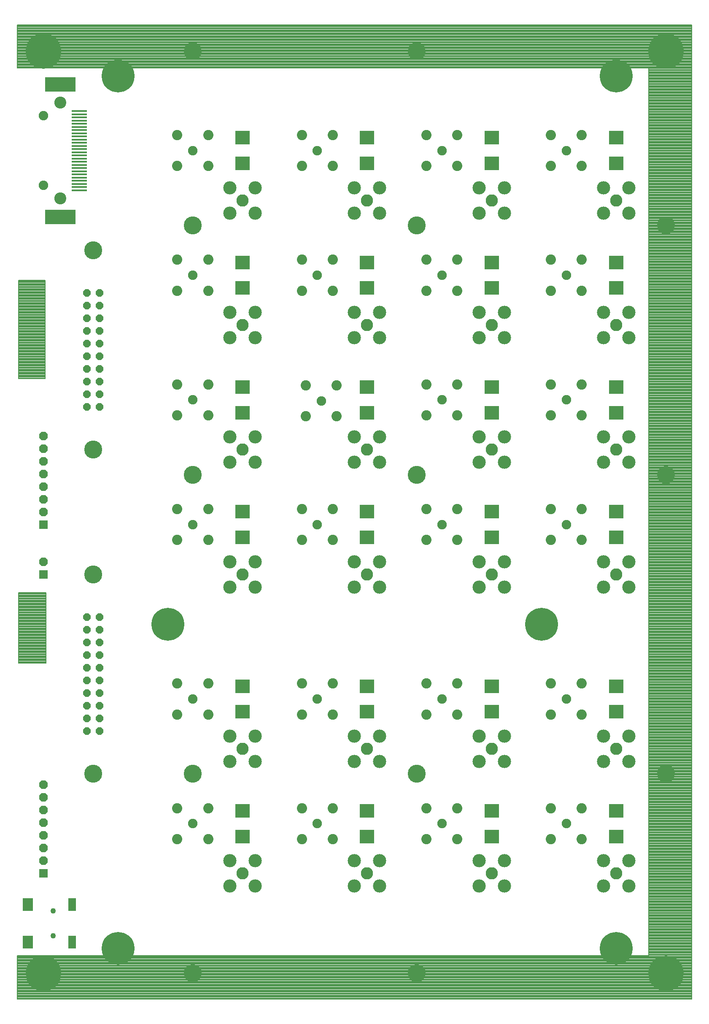
<source format=gbs>
G75*
%MOIN*%
%OFA0B0*%
%FSLAX25Y25*%
%IPPOS*%
%LPD*%
%AMOC8*
5,1,8,0,0,1.08239X$1,22.5*
%
%ADD10C,0.14180*%
%ADD11C,0.00787*%
%ADD12C,0.25991*%
%ADD13C,0.07487*%
%ADD14C,0.09455*%
%ADD15R,0.24022X0.11424*%
%ADD16R,0.12211X0.01719*%
%ADD17C,0.08077*%
%ADD18C,0.09700*%
%ADD19C,0.10450*%
%ADD20OC8,0.06896*%
%ADD21R,0.06896X0.06896*%
%ADD22OC8,0.06000*%
%ADD23R,0.11227X0.11069*%
%ADD24R,0.08274X0.10243*%
%ADD25R,0.06306X0.10243*%
%ADD26C,0.04337*%
%ADD27C,0.27959*%
D10*
X0080240Y0198350D03*
X0158980Y0198350D03*
X0158980Y0040870D03*
X0336146Y0040870D03*
X0336146Y0198350D03*
X0336146Y0434571D03*
X0336146Y0631421D03*
X0336146Y0769217D03*
X0158980Y0769217D03*
X0158980Y0631421D03*
X0080240Y0611736D03*
X0080240Y0454256D03*
X0080240Y0355831D03*
X0158980Y0434571D03*
X0532996Y0434571D03*
X0532996Y0631421D03*
X0532996Y0198350D03*
D11*
X0020398Y0054650D02*
X0020398Y0020398D01*
X0553469Y0020398D01*
X0553469Y0789689D01*
X0020398Y0789689D01*
X0020398Y0755831D01*
X0519217Y0755831D01*
X0519217Y0054650D01*
X0020398Y0054650D01*
X0020398Y0054226D02*
X0553469Y0054226D01*
X0553469Y0053440D02*
X0020398Y0053440D01*
X0020398Y0052654D02*
X0553469Y0052654D01*
X0553469Y0051869D02*
X0020398Y0051869D01*
X0020398Y0051083D02*
X0553469Y0051083D01*
X0553469Y0050297D02*
X0020398Y0050297D01*
X0020398Y0049511D02*
X0553469Y0049511D01*
X0553469Y0048725D02*
X0020398Y0048725D01*
X0020398Y0047939D02*
X0553469Y0047939D01*
X0553469Y0047153D02*
X0020398Y0047153D01*
X0020398Y0046367D02*
X0553469Y0046367D01*
X0553469Y0045581D02*
X0020398Y0045581D01*
X0020398Y0044795D02*
X0553469Y0044795D01*
X0553469Y0044009D02*
X0020398Y0044009D01*
X0020398Y0043223D02*
X0553469Y0043223D01*
X0553469Y0042438D02*
X0020398Y0042438D01*
X0020398Y0041652D02*
X0553469Y0041652D01*
X0553469Y0040866D02*
X0020398Y0040866D01*
X0020398Y0040080D02*
X0553469Y0040080D01*
X0553469Y0039294D02*
X0020398Y0039294D01*
X0020398Y0038508D02*
X0553469Y0038508D01*
X0553469Y0037722D02*
X0020398Y0037722D01*
X0020398Y0036936D02*
X0553469Y0036936D01*
X0553469Y0036150D02*
X0020398Y0036150D01*
X0020398Y0035364D02*
X0553469Y0035364D01*
X0553469Y0034578D02*
X0020398Y0034578D01*
X0020398Y0033793D02*
X0553469Y0033793D01*
X0553469Y0033007D02*
X0020398Y0033007D01*
X0020398Y0032221D02*
X0553469Y0032221D01*
X0553469Y0031435D02*
X0020398Y0031435D01*
X0020398Y0030649D02*
X0553469Y0030649D01*
X0553469Y0029863D02*
X0020398Y0029863D01*
X0020398Y0029077D02*
X0553469Y0029077D01*
X0553469Y0028291D02*
X0020398Y0028291D01*
X0020398Y0027505D02*
X0553469Y0027505D01*
X0553469Y0026719D02*
X0020398Y0026719D01*
X0020398Y0025933D02*
X0553469Y0025933D01*
X0553469Y0025147D02*
X0020398Y0025147D01*
X0020398Y0024362D02*
X0553469Y0024362D01*
X0553469Y0023576D02*
X0020398Y0023576D01*
X0020398Y0022790D02*
X0553469Y0022790D01*
X0553469Y0022004D02*
X0020398Y0022004D01*
X0020398Y0021218D02*
X0553469Y0021218D01*
X0553469Y0020432D02*
X0020398Y0020432D01*
X0021185Y0285752D02*
X0021185Y0341264D01*
X0042839Y0341264D01*
X0042839Y0285752D01*
X0021185Y0285752D01*
X0021185Y0286071D02*
X0042839Y0286071D01*
X0042839Y0286856D02*
X0021185Y0286856D01*
X0021185Y0287642D02*
X0042839Y0287642D01*
X0042839Y0288428D02*
X0021185Y0288428D01*
X0021185Y0289214D02*
X0042839Y0289214D01*
X0042839Y0290000D02*
X0021185Y0290000D01*
X0021185Y0290786D02*
X0042839Y0290786D01*
X0042839Y0291572D02*
X0021185Y0291572D01*
X0021185Y0292358D02*
X0042839Y0292358D01*
X0042839Y0293144D02*
X0021185Y0293144D01*
X0021185Y0293930D02*
X0042839Y0293930D01*
X0042839Y0294716D02*
X0021185Y0294716D01*
X0021185Y0295502D02*
X0042839Y0295502D01*
X0042839Y0296287D02*
X0021185Y0296287D01*
X0021185Y0297073D02*
X0042839Y0297073D01*
X0042839Y0297859D02*
X0021185Y0297859D01*
X0021185Y0298645D02*
X0042839Y0298645D01*
X0042839Y0299431D02*
X0021185Y0299431D01*
X0021185Y0300217D02*
X0042839Y0300217D01*
X0042839Y0301003D02*
X0021185Y0301003D01*
X0021185Y0301789D02*
X0042839Y0301789D01*
X0042839Y0302575D02*
X0021185Y0302575D01*
X0021185Y0303361D02*
X0042839Y0303361D01*
X0042839Y0304147D02*
X0021185Y0304147D01*
X0021185Y0304932D02*
X0042839Y0304932D01*
X0042839Y0305718D02*
X0021185Y0305718D01*
X0021185Y0306504D02*
X0042839Y0306504D01*
X0042839Y0307290D02*
X0021185Y0307290D01*
X0021185Y0308076D02*
X0042839Y0308076D01*
X0042839Y0308862D02*
X0021185Y0308862D01*
X0021185Y0309648D02*
X0042839Y0309648D01*
X0042839Y0310434D02*
X0021185Y0310434D01*
X0021185Y0311220D02*
X0042839Y0311220D01*
X0042839Y0312006D02*
X0021185Y0312006D01*
X0021185Y0312792D02*
X0042839Y0312792D01*
X0042839Y0313577D02*
X0021185Y0313577D01*
X0021185Y0314363D02*
X0042839Y0314363D01*
X0042839Y0315149D02*
X0021185Y0315149D01*
X0021185Y0315935D02*
X0042839Y0315935D01*
X0042839Y0316721D02*
X0021185Y0316721D01*
X0021185Y0317507D02*
X0042839Y0317507D01*
X0042839Y0318293D02*
X0021185Y0318293D01*
X0021185Y0319079D02*
X0042839Y0319079D01*
X0042839Y0319865D02*
X0021185Y0319865D01*
X0021185Y0320651D02*
X0042839Y0320651D01*
X0042839Y0321437D02*
X0021185Y0321437D01*
X0021185Y0322223D02*
X0042839Y0322223D01*
X0042839Y0323008D02*
X0021185Y0323008D01*
X0021185Y0323794D02*
X0042839Y0323794D01*
X0042839Y0324580D02*
X0021185Y0324580D01*
X0021185Y0325366D02*
X0042839Y0325366D01*
X0042839Y0326152D02*
X0021185Y0326152D01*
X0021185Y0326938D02*
X0042839Y0326938D01*
X0042839Y0327724D02*
X0021185Y0327724D01*
X0021185Y0328510D02*
X0042839Y0328510D01*
X0042839Y0329296D02*
X0021185Y0329296D01*
X0021185Y0330082D02*
X0042839Y0330082D01*
X0042839Y0330868D02*
X0021185Y0330868D01*
X0021185Y0331653D02*
X0042839Y0331653D01*
X0042839Y0332439D02*
X0021185Y0332439D01*
X0021185Y0333225D02*
X0042839Y0333225D01*
X0042839Y0334011D02*
X0021185Y0334011D01*
X0021185Y0334797D02*
X0042839Y0334797D01*
X0042839Y0335583D02*
X0021185Y0335583D01*
X0021185Y0336369D02*
X0042839Y0336369D01*
X0042839Y0337155D02*
X0021185Y0337155D01*
X0021185Y0337941D02*
X0042839Y0337941D01*
X0042839Y0338727D02*
X0021185Y0338727D01*
X0021185Y0339513D02*
X0042839Y0339513D01*
X0042839Y0340299D02*
X0021185Y0340299D01*
X0021185Y0341084D02*
X0042839Y0341084D01*
X0042445Y0510555D02*
X0021185Y0510555D01*
X0021185Y0588114D01*
X0042445Y0588114D01*
X0042445Y0510555D01*
X0042445Y0510842D02*
X0021185Y0510842D01*
X0021185Y0511628D02*
X0042445Y0511628D01*
X0042445Y0512413D02*
X0021185Y0512413D01*
X0021185Y0513199D02*
X0042445Y0513199D01*
X0042445Y0513985D02*
X0021185Y0513985D01*
X0021185Y0514771D02*
X0042445Y0514771D01*
X0042445Y0515557D02*
X0021185Y0515557D01*
X0021185Y0516343D02*
X0042445Y0516343D01*
X0042445Y0517129D02*
X0021185Y0517129D01*
X0021185Y0517915D02*
X0042445Y0517915D01*
X0042445Y0518701D02*
X0021185Y0518701D01*
X0021185Y0519487D02*
X0042445Y0519487D01*
X0042445Y0520273D02*
X0021185Y0520273D01*
X0021185Y0521059D02*
X0042445Y0521059D01*
X0042445Y0521844D02*
X0021185Y0521844D01*
X0021185Y0522630D02*
X0042445Y0522630D01*
X0042445Y0523416D02*
X0021185Y0523416D01*
X0021185Y0524202D02*
X0042445Y0524202D01*
X0042445Y0524988D02*
X0021185Y0524988D01*
X0021185Y0525774D02*
X0042445Y0525774D01*
X0042445Y0526560D02*
X0021185Y0526560D01*
X0021185Y0527346D02*
X0042445Y0527346D01*
X0042445Y0528132D02*
X0021185Y0528132D01*
X0021185Y0528918D02*
X0042445Y0528918D01*
X0042445Y0529704D02*
X0021185Y0529704D01*
X0021185Y0530489D02*
X0042445Y0530489D01*
X0042445Y0531275D02*
X0021185Y0531275D01*
X0021185Y0532061D02*
X0042445Y0532061D01*
X0042445Y0532847D02*
X0021185Y0532847D01*
X0021185Y0533633D02*
X0042445Y0533633D01*
X0042445Y0534419D02*
X0021185Y0534419D01*
X0021185Y0535205D02*
X0042445Y0535205D01*
X0042445Y0535991D02*
X0021185Y0535991D01*
X0021185Y0536777D02*
X0042445Y0536777D01*
X0042445Y0537563D02*
X0021185Y0537563D01*
X0021185Y0538349D02*
X0042445Y0538349D01*
X0042445Y0539134D02*
X0021185Y0539134D01*
X0021185Y0539920D02*
X0042445Y0539920D01*
X0042445Y0540706D02*
X0021185Y0540706D01*
X0021185Y0541492D02*
X0042445Y0541492D01*
X0042445Y0542278D02*
X0021185Y0542278D01*
X0021185Y0543064D02*
X0042445Y0543064D01*
X0042445Y0543850D02*
X0021185Y0543850D01*
X0021185Y0544636D02*
X0042445Y0544636D01*
X0042445Y0545422D02*
X0021185Y0545422D01*
X0021185Y0546208D02*
X0042445Y0546208D01*
X0042445Y0546994D02*
X0021185Y0546994D01*
X0021185Y0547780D02*
X0042445Y0547780D01*
X0042445Y0548565D02*
X0021185Y0548565D01*
X0021185Y0549351D02*
X0042445Y0549351D01*
X0042445Y0550137D02*
X0021185Y0550137D01*
X0021185Y0550923D02*
X0042445Y0550923D01*
X0042445Y0551709D02*
X0021185Y0551709D01*
X0021185Y0552495D02*
X0042445Y0552495D01*
X0042445Y0553281D02*
X0021185Y0553281D01*
X0021185Y0554067D02*
X0042445Y0554067D01*
X0042445Y0554853D02*
X0021185Y0554853D01*
X0021185Y0555639D02*
X0042445Y0555639D01*
X0042445Y0556425D02*
X0021185Y0556425D01*
X0021185Y0557210D02*
X0042445Y0557210D01*
X0042445Y0557996D02*
X0021185Y0557996D01*
X0021185Y0558782D02*
X0042445Y0558782D01*
X0042445Y0559568D02*
X0021185Y0559568D01*
X0021185Y0560354D02*
X0042445Y0560354D01*
X0042445Y0561140D02*
X0021185Y0561140D01*
X0021185Y0561926D02*
X0042445Y0561926D01*
X0042445Y0562712D02*
X0021185Y0562712D01*
X0021185Y0563498D02*
X0042445Y0563498D01*
X0042445Y0564284D02*
X0021185Y0564284D01*
X0021185Y0565070D02*
X0042445Y0565070D01*
X0042445Y0565856D02*
X0021185Y0565856D01*
X0021185Y0566641D02*
X0042445Y0566641D01*
X0042445Y0567427D02*
X0021185Y0567427D01*
X0021185Y0568213D02*
X0042445Y0568213D01*
X0042445Y0568999D02*
X0021185Y0568999D01*
X0021185Y0569785D02*
X0042445Y0569785D01*
X0042445Y0570571D02*
X0021185Y0570571D01*
X0021185Y0571357D02*
X0042445Y0571357D01*
X0042445Y0572143D02*
X0021185Y0572143D01*
X0021185Y0572929D02*
X0042445Y0572929D01*
X0042445Y0573715D02*
X0021185Y0573715D01*
X0021185Y0574501D02*
X0042445Y0574501D01*
X0042445Y0575286D02*
X0021185Y0575286D01*
X0021185Y0576072D02*
X0042445Y0576072D01*
X0042445Y0576858D02*
X0021185Y0576858D01*
X0021185Y0577644D02*
X0042445Y0577644D01*
X0042445Y0578430D02*
X0021185Y0578430D01*
X0021185Y0579216D02*
X0042445Y0579216D01*
X0042445Y0580002D02*
X0021185Y0580002D01*
X0021185Y0580788D02*
X0042445Y0580788D01*
X0042445Y0581574D02*
X0021185Y0581574D01*
X0021185Y0582360D02*
X0042445Y0582360D01*
X0042445Y0583146D02*
X0021185Y0583146D01*
X0021185Y0583932D02*
X0042445Y0583932D01*
X0042445Y0584717D02*
X0021185Y0584717D01*
X0021185Y0585503D02*
X0042445Y0585503D01*
X0042445Y0586289D02*
X0021185Y0586289D01*
X0021185Y0587075D02*
X0042445Y0587075D01*
X0042445Y0587861D02*
X0021185Y0587861D01*
X0020398Y0756046D02*
X0553469Y0756046D01*
X0553469Y0755261D02*
X0519217Y0755261D01*
X0519217Y0754475D02*
X0553469Y0754475D01*
X0553469Y0753689D02*
X0519217Y0753689D01*
X0519217Y0752903D02*
X0553469Y0752903D01*
X0553469Y0752117D02*
X0519217Y0752117D01*
X0519217Y0751331D02*
X0553469Y0751331D01*
X0553469Y0750545D02*
X0519217Y0750545D01*
X0519217Y0749759D02*
X0553469Y0749759D01*
X0553469Y0748973D02*
X0519217Y0748973D01*
X0519217Y0748187D02*
X0553469Y0748187D01*
X0553469Y0747401D02*
X0519217Y0747401D01*
X0519217Y0746616D02*
X0553469Y0746616D01*
X0553469Y0745830D02*
X0519217Y0745830D01*
X0519217Y0745044D02*
X0553469Y0745044D01*
X0553469Y0744258D02*
X0519217Y0744258D01*
X0519217Y0743472D02*
X0553469Y0743472D01*
X0553469Y0742686D02*
X0519217Y0742686D01*
X0519217Y0741900D02*
X0553469Y0741900D01*
X0553469Y0741114D02*
X0519217Y0741114D01*
X0519217Y0740328D02*
X0553469Y0740328D01*
X0553469Y0739542D02*
X0519217Y0739542D01*
X0519217Y0738756D02*
X0553469Y0738756D01*
X0553469Y0737970D02*
X0519217Y0737970D01*
X0519217Y0737185D02*
X0553469Y0737185D01*
X0553469Y0736399D02*
X0519217Y0736399D01*
X0519217Y0735613D02*
X0553469Y0735613D01*
X0553469Y0734827D02*
X0519217Y0734827D01*
X0519217Y0734041D02*
X0553469Y0734041D01*
X0553469Y0733255D02*
X0519217Y0733255D01*
X0519217Y0732469D02*
X0553469Y0732469D01*
X0553469Y0731683D02*
X0519217Y0731683D01*
X0519217Y0730897D02*
X0553469Y0730897D01*
X0553469Y0730111D02*
X0519217Y0730111D01*
X0519217Y0729325D02*
X0553469Y0729325D01*
X0553469Y0728540D02*
X0519217Y0728540D01*
X0519217Y0727754D02*
X0553469Y0727754D01*
X0553469Y0726968D02*
X0519217Y0726968D01*
X0519217Y0726182D02*
X0553469Y0726182D01*
X0553469Y0725396D02*
X0519217Y0725396D01*
X0519217Y0724610D02*
X0553469Y0724610D01*
X0553469Y0723824D02*
X0519217Y0723824D01*
X0519217Y0723038D02*
X0553469Y0723038D01*
X0553469Y0722252D02*
X0519217Y0722252D01*
X0519217Y0721466D02*
X0553469Y0721466D01*
X0553469Y0720680D02*
X0519217Y0720680D01*
X0519217Y0719894D02*
X0553469Y0719894D01*
X0553469Y0719109D02*
X0519217Y0719109D01*
X0519217Y0718323D02*
X0553469Y0718323D01*
X0553469Y0717537D02*
X0519217Y0717537D01*
X0519217Y0716751D02*
X0553469Y0716751D01*
X0553469Y0715965D02*
X0519217Y0715965D01*
X0519217Y0715179D02*
X0553469Y0715179D01*
X0553469Y0714393D02*
X0519217Y0714393D01*
X0519217Y0713607D02*
X0553469Y0713607D01*
X0553469Y0712821D02*
X0519217Y0712821D01*
X0519217Y0712035D02*
X0553469Y0712035D01*
X0553469Y0711249D02*
X0519217Y0711249D01*
X0519217Y0710464D02*
X0553469Y0710464D01*
X0553469Y0709678D02*
X0519217Y0709678D01*
X0519217Y0708892D02*
X0553469Y0708892D01*
X0553469Y0708106D02*
X0519217Y0708106D01*
X0519217Y0707320D02*
X0553469Y0707320D01*
X0553469Y0706534D02*
X0519217Y0706534D01*
X0519217Y0705748D02*
X0553469Y0705748D01*
X0553469Y0704962D02*
X0519217Y0704962D01*
X0519217Y0704176D02*
X0553469Y0704176D01*
X0553469Y0703390D02*
X0519217Y0703390D01*
X0519217Y0702604D02*
X0553469Y0702604D01*
X0553469Y0701818D02*
X0519217Y0701818D01*
X0519217Y0701033D02*
X0553469Y0701033D01*
X0553469Y0700247D02*
X0519217Y0700247D01*
X0519217Y0699461D02*
X0553469Y0699461D01*
X0553469Y0698675D02*
X0519217Y0698675D01*
X0519217Y0697889D02*
X0553469Y0697889D01*
X0553469Y0697103D02*
X0519217Y0697103D01*
X0519217Y0696317D02*
X0553469Y0696317D01*
X0553469Y0695531D02*
X0519217Y0695531D01*
X0519217Y0694745D02*
X0553469Y0694745D01*
X0553469Y0693959D02*
X0519217Y0693959D01*
X0519217Y0693173D02*
X0553469Y0693173D01*
X0553469Y0692388D02*
X0519217Y0692388D01*
X0519217Y0691602D02*
X0553469Y0691602D01*
X0553469Y0690816D02*
X0519217Y0690816D01*
X0519217Y0690030D02*
X0553469Y0690030D01*
X0553469Y0689244D02*
X0519217Y0689244D01*
X0519217Y0688458D02*
X0553469Y0688458D01*
X0553469Y0687672D02*
X0519217Y0687672D01*
X0519217Y0686886D02*
X0553469Y0686886D01*
X0553469Y0686100D02*
X0519217Y0686100D01*
X0519217Y0685314D02*
X0553469Y0685314D01*
X0553469Y0684528D02*
X0519217Y0684528D01*
X0519217Y0683742D02*
X0553469Y0683742D01*
X0553469Y0682957D02*
X0519217Y0682957D01*
X0519217Y0682171D02*
X0553469Y0682171D01*
X0553469Y0681385D02*
X0519217Y0681385D01*
X0519217Y0680599D02*
X0553469Y0680599D01*
X0553469Y0679813D02*
X0519217Y0679813D01*
X0519217Y0679027D02*
X0553469Y0679027D01*
X0553469Y0678241D02*
X0519217Y0678241D01*
X0519217Y0677455D02*
X0553469Y0677455D01*
X0553469Y0676669D02*
X0519217Y0676669D01*
X0519217Y0675883D02*
X0553469Y0675883D01*
X0553469Y0675097D02*
X0519217Y0675097D01*
X0519217Y0674312D02*
X0553469Y0674312D01*
X0553469Y0673526D02*
X0519217Y0673526D01*
X0519217Y0672740D02*
X0553469Y0672740D01*
X0553469Y0671954D02*
X0519217Y0671954D01*
X0519217Y0671168D02*
X0553469Y0671168D01*
X0553469Y0670382D02*
X0519217Y0670382D01*
X0519217Y0669596D02*
X0553469Y0669596D01*
X0553469Y0668810D02*
X0519217Y0668810D01*
X0519217Y0668024D02*
X0553469Y0668024D01*
X0553469Y0667238D02*
X0519217Y0667238D01*
X0519217Y0666452D02*
X0553469Y0666452D01*
X0553469Y0665666D02*
X0519217Y0665666D01*
X0519217Y0664881D02*
X0553469Y0664881D01*
X0553469Y0664095D02*
X0519217Y0664095D01*
X0519217Y0663309D02*
X0553469Y0663309D01*
X0553469Y0662523D02*
X0519217Y0662523D01*
X0519217Y0661737D02*
X0553469Y0661737D01*
X0553469Y0660951D02*
X0519217Y0660951D01*
X0519217Y0660165D02*
X0553469Y0660165D01*
X0553469Y0659379D02*
X0519217Y0659379D01*
X0519217Y0658593D02*
X0553469Y0658593D01*
X0553469Y0657807D02*
X0519217Y0657807D01*
X0519217Y0657021D02*
X0553469Y0657021D01*
X0553469Y0656236D02*
X0519217Y0656236D01*
X0519217Y0655450D02*
X0553469Y0655450D01*
X0553469Y0654664D02*
X0519217Y0654664D01*
X0519217Y0653878D02*
X0553469Y0653878D01*
X0553469Y0653092D02*
X0519217Y0653092D01*
X0519217Y0652306D02*
X0553469Y0652306D01*
X0553469Y0651520D02*
X0519217Y0651520D01*
X0519217Y0650734D02*
X0553469Y0650734D01*
X0553469Y0649948D02*
X0519217Y0649948D01*
X0519217Y0649162D02*
X0553469Y0649162D01*
X0553469Y0648376D02*
X0519217Y0648376D01*
X0519217Y0647590D02*
X0553469Y0647590D01*
X0553469Y0646805D02*
X0519217Y0646805D01*
X0519217Y0646019D02*
X0553469Y0646019D01*
X0553469Y0645233D02*
X0519217Y0645233D01*
X0519217Y0644447D02*
X0553469Y0644447D01*
X0553469Y0643661D02*
X0519217Y0643661D01*
X0519217Y0642875D02*
X0553469Y0642875D01*
X0553469Y0642089D02*
X0519217Y0642089D01*
X0519217Y0641303D02*
X0553469Y0641303D01*
X0553469Y0640517D02*
X0519217Y0640517D01*
X0519217Y0639731D02*
X0553469Y0639731D01*
X0553469Y0638945D02*
X0519217Y0638945D01*
X0519217Y0638160D02*
X0553469Y0638160D01*
X0553469Y0637374D02*
X0519217Y0637374D01*
X0519217Y0636588D02*
X0553469Y0636588D01*
X0553469Y0635802D02*
X0519217Y0635802D01*
X0519217Y0635016D02*
X0553469Y0635016D01*
X0553469Y0634230D02*
X0519217Y0634230D01*
X0519217Y0633444D02*
X0553469Y0633444D01*
X0553469Y0632658D02*
X0519217Y0632658D01*
X0519217Y0631872D02*
X0553469Y0631872D01*
X0553469Y0631086D02*
X0519217Y0631086D01*
X0519217Y0630300D02*
X0553469Y0630300D01*
X0553469Y0629514D02*
X0519217Y0629514D01*
X0519217Y0628729D02*
X0553469Y0628729D01*
X0553469Y0627943D02*
X0519217Y0627943D01*
X0519217Y0627157D02*
X0553469Y0627157D01*
X0553469Y0626371D02*
X0519217Y0626371D01*
X0519217Y0625585D02*
X0553469Y0625585D01*
X0553469Y0624799D02*
X0519217Y0624799D01*
X0519217Y0624013D02*
X0553469Y0624013D01*
X0553469Y0623227D02*
X0519217Y0623227D01*
X0519217Y0622441D02*
X0553469Y0622441D01*
X0553469Y0621655D02*
X0519217Y0621655D01*
X0519217Y0620869D02*
X0553469Y0620869D01*
X0553469Y0620084D02*
X0519217Y0620084D01*
X0519217Y0619298D02*
X0553469Y0619298D01*
X0553469Y0618512D02*
X0519217Y0618512D01*
X0519217Y0617726D02*
X0553469Y0617726D01*
X0553469Y0616940D02*
X0519217Y0616940D01*
X0519217Y0616154D02*
X0553469Y0616154D01*
X0553469Y0615368D02*
X0519217Y0615368D01*
X0519217Y0614582D02*
X0553469Y0614582D01*
X0553469Y0613796D02*
X0519217Y0613796D01*
X0519217Y0613010D02*
X0553469Y0613010D01*
X0553469Y0612224D02*
X0519217Y0612224D01*
X0519217Y0611438D02*
X0553469Y0611438D01*
X0553469Y0610653D02*
X0519217Y0610653D01*
X0519217Y0609867D02*
X0553469Y0609867D01*
X0553469Y0609081D02*
X0519217Y0609081D01*
X0519217Y0608295D02*
X0553469Y0608295D01*
X0553469Y0607509D02*
X0519217Y0607509D01*
X0519217Y0606723D02*
X0553469Y0606723D01*
X0553469Y0605937D02*
X0519217Y0605937D01*
X0519217Y0605151D02*
X0553469Y0605151D01*
X0553469Y0604365D02*
X0519217Y0604365D01*
X0519217Y0603579D02*
X0553469Y0603579D01*
X0553469Y0602793D02*
X0519217Y0602793D01*
X0519217Y0602008D02*
X0553469Y0602008D01*
X0553469Y0601222D02*
X0519217Y0601222D01*
X0519217Y0600436D02*
X0553469Y0600436D01*
X0553469Y0599650D02*
X0519217Y0599650D01*
X0519217Y0598864D02*
X0553469Y0598864D01*
X0553469Y0598078D02*
X0519217Y0598078D01*
X0519217Y0597292D02*
X0553469Y0597292D01*
X0553469Y0596506D02*
X0519217Y0596506D01*
X0519217Y0595720D02*
X0553469Y0595720D01*
X0553469Y0594934D02*
X0519217Y0594934D01*
X0519217Y0594148D02*
X0553469Y0594148D01*
X0553469Y0593362D02*
X0519217Y0593362D01*
X0519217Y0592577D02*
X0553469Y0592577D01*
X0553469Y0591791D02*
X0519217Y0591791D01*
X0519217Y0591005D02*
X0553469Y0591005D01*
X0553469Y0590219D02*
X0519217Y0590219D01*
X0519217Y0589433D02*
X0553469Y0589433D01*
X0553469Y0588647D02*
X0519217Y0588647D01*
X0519217Y0587861D02*
X0553469Y0587861D01*
X0553469Y0587075D02*
X0519217Y0587075D01*
X0519217Y0586289D02*
X0553469Y0586289D01*
X0553469Y0585503D02*
X0519217Y0585503D01*
X0519217Y0584717D02*
X0553469Y0584717D01*
X0553469Y0583932D02*
X0519217Y0583932D01*
X0519217Y0583146D02*
X0553469Y0583146D01*
X0553469Y0582360D02*
X0519217Y0582360D01*
X0519217Y0581574D02*
X0553469Y0581574D01*
X0553469Y0580788D02*
X0519217Y0580788D01*
X0519217Y0580002D02*
X0553469Y0580002D01*
X0553469Y0579216D02*
X0519217Y0579216D01*
X0519217Y0578430D02*
X0553469Y0578430D01*
X0553469Y0577644D02*
X0519217Y0577644D01*
X0519217Y0576858D02*
X0553469Y0576858D01*
X0553469Y0576072D02*
X0519217Y0576072D01*
X0519217Y0575286D02*
X0553469Y0575286D01*
X0553469Y0574501D02*
X0519217Y0574501D01*
X0519217Y0573715D02*
X0553469Y0573715D01*
X0553469Y0572929D02*
X0519217Y0572929D01*
X0519217Y0572143D02*
X0553469Y0572143D01*
X0553469Y0571357D02*
X0519217Y0571357D01*
X0519217Y0570571D02*
X0553469Y0570571D01*
X0553469Y0569785D02*
X0519217Y0569785D01*
X0519217Y0568999D02*
X0553469Y0568999D01*
X0553469Y0568213D02*
X0519217Y0568213D01*
X0519217Y0567427D02*
X0553469Y0567427D01*
X0553469Y0566641D02*
X0519217Y0566641D01*
X0519217Y0565856D02*
X0553469Y0565856D01*
X0553469Y0565070D02*
X0519217Y0565070D01*
X0519217Y0564284D02*
X0553469Y0564284D01*
X0553469Y0563498D02*
X0519217Y0563498D01*
X0519217Y0562712D02*
X0553469Y0562712D01*
X0553469Y0561926D02*
X0519217Y0561926D01*
X0519217Y0561140D02*
X0553469Y0561140D01*
X0553469Y0560354D02*
X0519217Y0560354D01*
X0519217Y0559568D02*
X0553469Y0559568D01*
X0553469Y0558782D02*
X0519217Y0558782D01*
X0519217Y0557996D02*
X0553469Y0557996D01*
X0553469Y0557210D02*
X0519217Y0557210D01*
X0519217Y0556425D02*
X0553469Y0556425D01*
X0553469Y0555639D02*
X0519217Y0555639D01*
X0519217Y0554853D02*
X0553469Y0554853D01*
X0553469Y0554067D02*
X0519217Y0554067D01*
X0519217Y0553281D02*
X0553469Y0553281D01*
X0553469Y0552495D02*
X0519217Y0552495D01*
X0519217Y0551709D02*
X0553469Y0551709D01*
X0553469Y0550923D02*
X0519217Y0550923D01*
X0519217Y0550137D02*
X0553469Y0550137D01*
X0553469Y0549351D02*
X0519217Y0549351D01*
X0519217Y0548565D02*
X0553469Y0548565D01*
X0553469Y0547780D02*
X0519217Y0547780D01*
X0519217Y0546994D02*
X0553469Y0546994D01*
X0553469Y0546208D02*
X0519217Y0546208D01*
X0519217Y0545422D02*
X0553469Y0545422D01*
X0553469Y0544636D02*
X0519217Y0544636D01*
X0519217Y0543850D02*
X0553469Y0543850D01*
X0553469Y0543064D02*
X0519217Y0543064D01*
X0519217Y0542278D02*
X0553469Y0542278D01*
X0553469Y0541492D02*
X0519217Y0541492D01*
X0519217Y0540706D02*
X0553469Y0540706D01*
X0553469Y0539920D02*
X0519217Y0539920D01*
X0519217Y0539134D02*
X0553469Y0539134D01*
X0553469Y0538349D02*
X0519217Y0538349D01*
X0519217Y0537563D02*
X0553469Y0537563D01*
X0553469Y0536777D02*
X0519217Y0536777D01*
X0519217Y0535991D02*
X0553469Y0535991D01*
X0553469Y0535205D02*
X0519217Y0535205D01*
X0519217Y0534419D02*
X0553469Y0534419D01*
X0553469Y0533633D02*
X0519217Y0533633D01*
X0519217Y0532847D02*
X0553469Y0532847D01*
X0553469Y0532061D02*
X0519217Y0532061D01*
X0519217Y0531275D02*
X0553469Y0531275D01*
X0553469Y0530489D02*
X0519217Y0530489D01*
X0519217Y0529704D02*
X0553469Y0529704D01*
X0553469Y0528918D02*
X0519217Y0528918D01*
X0519217Y0528132D02*
X0553469Y0528132D01*
X0553469Y0527346D02*
X0519217Y0527346D01*
X0519217Y0526560D02*
X0553469Y0526560D01*
X0553469Y0525774D02*
X0519217Y0525774D01*
X0519217Y0524988D02*
X0553469Y0524988D01*
X0553469Y0524202D02*
X0519217Y0524202D01*
X0519217Y0523416D02*
X0553469Y0523416D01*
X0553469Y0522630D02*
X0519217Y0522630D01*
X0519217Y0521844D02*
X0553469Y0521844D01*
X0553469Y0521059D02*
X0519217Y0521059D01*
X0519217Y0520273D02*
X0553469Y0520273D01*
X0553469Y0519487D02*
X0519217Y0519487D01*
X0519217Y0518701D02*
X0553469Y0518701D01*
X0553469Y0517915D02*
X0519217Y0517915D01*
X0519217Y0517129D02*
X0553469Y0517129D01*
X0553469Y0516343D02*
X0519217Y0516343D01*
X0519217Y0515557D02*
X0553469Y0515557D01*
X0553469Y0514771D02*
X0519217Y0514771D01*
X0519217Y0513985D02*
X0553469Y0513985D01*
X0553469Y0513199D02*
X0519217Y0513199D01*
X0519217Y0512413D02*
X0553469Y0512413D01*
X0553469Y0511628D02*
X0519217Y0511628D01*
X0519217Y0510842D02*
X0553469Y0510842D01*
X0553469Y0510056D02*
X0519217Y0510056D01*
X0519217Y0509270D02*
X0553469Y0509270D01*
X0553469Y0508484D02*
X0519217Y0508484D01*
X0519217Y0507698D02*
X0553469Y0507698D01*
X0553469Y0506912D02*
X0519217Y0506912D01*
X0519217Y0506126D02*
X0553469Y0506126D01*
X0553469Y0505340D02*
X0519217Y0505340D01*
X0519217Y0504554D02*
X0553469Y0504554D01*
X0553469Y0503768D02*
X0519217Y0503768D01*
X0519217Y0502983D02*
X0553469Y0502983D01*
X0553469Y0502197D02*
X0519217Y0502197D01*
X0519217Y0501411D02*
X0553469Y0501411D01*
X0553469Y0500625D02*
X0519217Y0500625D01*
X0519217Y0499839D02*
X0553469Y0499839D01*
X0553469Y0499053D02*
X0519217Y0499053D01*
X0519217Y0498267D02*
X0553469Y0498267D01*
X0553469Y0497481D02*
X0519217Y0497481D01*
X0519217Y0496695D02*
X0553469Y0496695D01*
X0553469Y0495909D02*
X0519217Y0495909D01*
X0519217Y0495123D02*
X0553469Y0495123D01*
X0553469Y0494337D02*
X0519217Y0494337D01*
X0519217Y0493552D02*
X0553469Y0493552D01*
X0553469Y0492766D02*
X0519217Y0492766D01*
X0519217Y0491980D02*
X0553469Y0491980D01*
X0553469Y0491194D02*
X0519217Y0491194D01*
X0519217Y0490408D02*
X0553469Y0490408D01*
X0553469Y0489622D02*
X0519217Y0489622D01*
X0519217Y0488836D02*
X0553469Y0488836D01*
X0553469Y0488050D02*
X0519217Y0488050D01*
X0519217Y0487264D02*
X0553469Y0487264D01*
X0553469Y0486478D02*
X0519217Y0486478D01*
X0519217Y0485692D02*
X0553469Y0485692D01*
X0553469Y0484907D02*
X0519217Y0484907D01*
X0519217Y0484121D02*
X0553469Y0484121D01*
X0553469Y0483335D02*
X0519217Y0483335D01*
X0519217Y0482549D02*
X0553469Y0482549D01*
X0553469Y0481763D02*
X0519217Y0481763D01*
X0519217Y0480977D02*
X0553469Y0480977D01*
X0553469Y0480191D02*
X0519217Y0480191D01*
X0519217Y0479405D02*
X0553469Y0479405D01*
X0553469Y0478619D02*
X0519217Y0478619D01*
X0519217Y0477833D02*
X0553469Y0477833D01*
X0553469Y0477047D02*
X0519217Y0477047D01*
X0519217Y0476261D02*
X0553469Y0476261D01*
X0553469Y0475476D02*
X0519217Y0475476D01*
X0519217Y0474690D02*
X0553469Y0474690D01*
X0553469Y0473904D02*
X0519217Y0473904D01*
X0519217Y0473118D02*
X0553469Y0473118D01*
X0553469Y0472332D02*
X0519217Y0472332D01*
X0519217Y0471546D02*
X0553469Y0471546D01*
X0553469Y0470760D02*
X0519217Y0470760D01*
X0519217Y0469974D02*
X0553469Y0469974D01*
X0553469Y0469188D02*
X0519217Y0469188D01*
X0519217Y0468402D02*
X0553469Y0468402D01*
X0553469Y0467616D02*
X0519217Y0467616D01*
X0519217Y0466831D02*
X0553469Y0466831D01*
X0553469Y0466045D02*
X0519217Y0466045D01*
X0519217Y0465259D02*
X0553469Y0465259D01*
X0553469Y0464473D02*
X0519217Y0464473D01*
X0519217Y0463687D02*
X0553469Y0463687D01*
X0553469Y0462901D02*
X0519217Y0462901D01*
X0519217Y0462115D02*
X0553469Y0462115D01*
X0553469Y0461329D02*
X0519217Y0461329D01*
X0519217Y0460543D02*
X0553469Y0460543D01*
X0553469Y0459757D02*
X0519217Y0459757D01*
X0519217Y0458971D02*
X0553469Y0458971D01*
X0553469Y0458185D02*
X0519217Y0458185D01*
X0519217Y0457400D02*
X0553469Y0457400D01*
X0553469Y0456614D02*
X0519217Y0456614D01*
X0519217Y0455828D02*
X0553469Y0455828D01*
X0553469Y0455042D02*
X0519217Y0455042D01*
X0519217Y0454256D02*
X0553469Y0454256D01*
X0553469Y0453470D02*
X0519217Y0453470D01*
X0519217Y0452684D02*
X0553469Y0452684D01*
X0553469Y0451898D02*
X0519217Y0451898D01*
X0519217Y0451112D02*
X0553469Y0451112D01*
X0553469Y0450326D02*
X0519217Y0450326D01*
X0519217Y0449540D02*
X0553469Y0449540D01*
X0553469Y0448755D02*
X0519217Y0448755D01*
X0519217Y0447969D02*
X0553469Y0447969D01*
X0553469Y0447183D02*
X0519217Y0447183D01*
X0519217Y0446397D02*
X0553469Y0446397D01*
X0553469Y0445611D02*
X0519217Y0445611D01*
X0519217Y0444825D02*
X0553469Y0444825D01*
X0553469Y0444039D02*
X0519217Y0444039D01*
X0519217Y0443253D02*
X0553469Y0443253D01*
X0553469Y0442467D02*
X0519217Y0442467D01*
X0519217Y0441681D02*
X0553469Y0441681D01*
X0553469Y0440895D02*
X0519217Y0440895D01*
X0519217Y0440109D02*
X0553469Y0440109D01*
X0553469Y0439324D02*
X0519217Y0439324D01*
X0519217Y0438538D02*
X0553469Y0438538D01*
X0553469Y0437752D02*
X0519217Y0437752D01*
X0519217Y0436966D02*
X0553469Y0436966D01*
X0553469Y0436180D02*
X0519217Y0436180D01*
X0519217Y0435394D02*
X0553469Y0435394D01*
X0553469Y0434608D02*
X0519217Y0434608D01*
X0519217Y0433822D02*
X0553469Y0433822D01*
X0553469Y0433036D02*
X0519217Y0433036D01*
X0519217Y0432250D02*
X0553469Y0432250D01*
X0553469Y0431464D02*
X0519217Y0431464D01*
X0519217Y0430679D02*
X0553469Y0430679D01*
X0553469Y0429893D02*
X0519217Y0429893D01*
X0519217Y0429107D02*
X0553469Y0429107D01*
X0553469Y0428321D02*
X0519217Y0428321D01*
X0519217Y0427535D02*
X0553469Y0427535D01*
X0553469Y0426749D02*
X0519217Y0426749D01*
X0519217Y0425963D02*
X0553469Y0425963D01*
X0553469Y0425177D02*
X0519217Y0425177D01*
X0519217Y0424391D02*
X0553469Y0424391D01*
X0553469Y0423605D02*
X0519217Y0423605D01*
X0519217Y0422819D02*
X0553469Y0422819D01*
X0553469Y0422033D02*
X0519217Y0422033D01*
X0519217Y0421248D02*
X0553469Y0421248D01*
X0553469Y0420462D02*
X0519217Y0420462D01*
X0519217Y0419676D02*
X0553469Y0419676D01*
X0553469Y0418890D02*
X0519217Y0418890D01*
X0519217Y0418104D02*
X0553469Y0418104D01*
X0553469Y0417318D02*
X0519217Y0417318D01*
X0519217Y0416532D02*
X0553469Y0416532D01*
X0553469Y0415746D02*
X0519217Y0415746D01*
X0519217Y0414960D02*
X0553469Y0414960D01*
X0553469Y0414174D02*
X0519217Y0414174D01*
X0519217Y0413388D02*
X0553469Y0413388D01*
X0553469Y0412603D02*
X0519217Y0412603D01*
X0519217Y0411817D02*
X0553469Y0411817D01*
X0553469Y0411031D02*
X0519217Y0411031D01*
X0519217Y0410245D02*
X0553469Y0410245D01*
X0553469Y0409459D02*
X0519217Y0409459D01*
X0519217Y0408673D02*
X0553469Y0408673D01*
X0553469Y0407887D02*
X0519217Y0407887D01*
X0519217Y0407101D02*
X0553469Y0407101D01*
X0553469Y0406315D02*
X0519217Y0406315D01*
X0519217Y0405529D02*
X0553469Y0405529D01*
X0553469Y0404743D02*
X0519217Y0404743D01*
X0519217Y0403957D02*
X0553469Y0403957D01*
X0553469Y0403172D02*
X0519217Y0403172D01*
X0519217Y0402386D02*
X0553469Y0402386D01*
X0553469Y0401600D02*
X0519217Y0401600D01*
X0519217Y0400814D02*
X0553469Y0400814D01*
X0553469Y0400028D02*
X0519217Y0400028D01*
X0519217Y0399242D02*
X0553469Y0399242D01*
X0553469Y0398456D02*
X0519217Y0398456D01*
X0519217Y0397670D02*
X0553469Y0397670D01*
X0553469Y0396884D02*
X0519217Y0396884D01*
X0519217Y0396098D02*
X0553469Y0396098D01*
X0553469Y0395312D02*
X0519217Y0395312D01*
X0519217Y0394527D02*
X0553469Y0394527D01*
X0553469Y0393741D02*
X0519217Y0393741D01*
X0519217Y0392955D02*
X0553469Y0392955D01*
X0553469Y0392169D02*
X0519217Y0392169D01*
X0519217Y0391383D02*
X0553469Y0391383D01*
X0553469Y0390597D02*
X0519217Y0390597D01*
X0519217Y0389811D02*
X0553469Y0389811D01*
X0553469Y0389025D02*
X0519217Y0389025D01*
X0519217Y0388239D02*
X0553469Y0388239D01*
X0553469Y0387453D02*
X0519217Y0387453D01*
X0519217Y0386667D02*
X0553469Y0386667D01*
X0553469Y0385881D02*
X0519217Y0385881D01*
X0519217Y0385096D02*
X0553469Y0385096D01*
X0553469Y0384310D02*
X0519217Y0384310D01*
X0519217Y0383524D02*
X0553469Y0383524D01*
X0553469Y0382738D02*
X0519217Y0382738D01*
X0519217Y0381952D02*
X0553469Y0381952D01*
X0553469Y0381166D02*
X0519217Y0381166D01*
X0519217Y0380380D02*
X0553469Y0380380D01*
X0553469Y0379594D02*
X0519217Y0379594D01*
X0519217Y0378808D02*
X0553469Y0378808D01*
X0553469Y0378022D02*
X0519217Y0378022D01*
X0519217Y0377236D02*
X0553469Y0377236D01*
X0553469Y0376451D02*
X0519217Y0376451D01*
X0519217Y0375665D02*
X0553469Y0375665D01*
X0553469Y0374879D02*
X0519217Y0374879D01*
X0519217Y0374093D02*
X0553469Y0374093D01*
X0553469Y0373307D02*
X0519217Y0373307D01*
X0519217Y0372521D02*
X0553469Y0372521D01*
X0553469Y0371735D02*
X0519217Y0371735D01*
X0519217Y0370949D02*
X0553469Y0370949D01*
X0553469Y0370163D02*
X0519217Y0370163D01*
X0519217Y0369377D02*
X0553469Y0369377D01*
X0553469Y0368591D02*
X0519217Y0368591D01*
X0519217Y0367805D02*
X0553469Y0367805D01*
X0553469Y0367020D02*
X0519217Y0367020D01*
X0519217Y0366234D02*
X0553469Y0366234D01*
X0553469Y0365448D02*
X0519217Y0365448D01*
X0519217Y0364662D02*
X0553469Y0364662D01*
X0553469Y0363876D02*
X0519217Y0363876D01*
X0519217Y0363090D02*
X0553469Y0363090D01*
X0553469Y0362304D02*
X0519217Y0362304D01*
X0519217Y0361518D02*
X0553469Y0361518D01*
X0553469Y0360732D02*
X0519217Y0360732D01*
X0519217Y0359946D02*
X0553469Y0359946D01*
X0553469Y0359160D02*
X0519217Y0359160D01*
X0519217Y0358375D02*
X0553469Y0358375D01*
X0553469Y0357589D02*
X0519217Y0357589D01*
X0519217Y0356803D02*
X0553469Y0356803D01*
X0553469Y0356017D02*
X0519217Y0356017D01*
X0519217Y0355231D02*
X0553469Y0355231D01*
X0553469Y0354445D02*
X0519217Y0354445D01*
X0519217Y0353659D02*
X0553469Y0353659D01*
X0553469Y0352873D02*
X0519217Y0352873D01*
X0519217Y0352087D02*
X0553469Y0352087D01*
X0553469Y0351301D02*
X0519217Y0351301D01*
X0519217Y0350515D02*
X0553469Y0350515D01*
X0553469Y0349729D02*
X0519217Y0349729D01*
X0519217Y0348944D02*
X0553469Y0348944D01*
X0553469Y0348158D02*
X0519217Y0348158D01*
X0519217Y0347372D02*
X0553469Y0347372D01*
X0553469Y0346586D02*
X0519217Y0346586D01*
X0519217Y0345800D02*
X0553469Y0345800D01*
X0553469Y0345014D02*
X0519217Y0345014D01*
X0519217Y0344228D02*
X0553469Y0344228D01*
X0553469Y0343442D02*
X0519217Y0343442D01*
X0519217Y0342656D02*
X0553469Y0342656D01*
X0553469Y0341870D02*
X0519217Y0341870D01*
X0519217Y0341084D02*
X0553469Y0341084D01*
X0553469Y0340299D02*
X0519217Y0340299D01*
X0519217Y0339513D02*
X0553469Y0339513D01*
X0553469Y0338727D02*
X0519217Y0338727D01*
X0519217Y0337941D02*
X0553469Y0337941D01*
X0553469Y0337155D02*
X0519217Y0337155D01*
X0519217Y0336369D02*
X0553469Y0336369D01*
X0553469Y0335583D02*
X0519217Y0335583D01*
X0519217Y0334797D02*
X0553469Y0334797D01*
X0553469Y0334011D02*
X0519217Y0334011D01*
X0519217Y0333225D02*
X0553469Y0333225D01*
X0553469Y0332439D02*
X0519217Y0332439D01*
X0519217Y0331653D02*
X0553469Y0331653D01*
X0553469Y0330868D02*
X0519217Y0330868D01*
X0519217Y0330082D02*
X0553469Y0330082D01*
X0553469Y0329296D02*
X0519217Y0329296D01*
X0519217Y0328510D02*
X0553469Y0328510D01*
X0553469Y0327724D02*
X0519217Y0327724D01*
X0519217Y0326938D02*
X0553469Y0326938D01*
X0553469Y0326152D02*
X0519217Y0326152D01*
X0519217Y0325366D02*
X0553469Y0325366D01*
X0553469Y0324580D02*
X0519217Y0324580D01*
X0519217Y0323794D02*
X0553469Y0323794D01*
X0553469Y0323008D02*
X0519217Y0323008D01*
X0519217Y0322223D02*
X0553469Y0322223D01*
X0553469Y0321437D02*
X0519217Y0321437D01*
X0519217Y0320651D02*
X0553469Y0320651D01*
X0553469Y0319865D02*
X0519217Y0319865D01*
X0519217Y0319079D02*
X0553469Y0319079D01*
X0553469Y0318293D02*
X0519217Y0318293D01*
X0519217Y0317507D02*
X0553469Y0317507D01*
X0553469Y0316721D02*
X0519217Y0316721D01*
X0519217Y0315935D02*
X0553469Y0315935D01*
X0553469Y0315149D02*
X0519217Y0315149D01*
X0519217Y0314363D02*
X0553469Y0314363D01*
X0553469Y0313577D02*
X0519217Y0313577D01*
X0519217Y0312792D02*
X0553469Y0312792D01*
X0553469Y0312006D02*
X0519217Y0312006D01*
X0519217Y0311220D02*
X0553469Y0311220D01*
X0553469Y0310434D02*
X0519217Y0310434D01*
X0519217Y0309648D02*
X0553469Y0309648D01*
X0553469Y0308862D02*
X0519217Y0308862D01*
X0519217Y0308076D02*
X0553469Y0308076D01*
X0553469Y0307290D02*
X0519217Y0307290D01*
X0519217Y0306504D02*
X0553469Y0306504D01*
X0553469Y0305718D02*
X0519217Y0305718D01*
X0519217Y0304932D02*
X0553469Y0304932D01*
X0553469Y0304147D02*
X0519217Y0304147D01*
X0519217Y0303361D02*
X0553469Y0303361D01*
X0553469Y0302575D02*
X0519217Y0302575D01*
X0519217Y0301789D02*
X0553469Y0301789D01*
X0553469Y0301003D02*
X0519217Y0301003D01*
X0519217Y0300217D02*
X0553469Y0300217D01*
X0553469Y0299431D02*
X0519217Y0299431D01*
X0519217Y0298645D02*
X0553469Y0298645D01*
X0553469Y0297859D02*
X0519217Y0297859D01*
X0519217Y0297073D02*
X0553469Y0297073D01*
X0553469Y0296287D02*
X0519217Y0296287D01*
X0519217Y0295502D02*
X0553469Y0295502D01*
X0553469Y0294716D02*
X0519217Y0294716D01*
X0519217Y0293930D02*
X0553469Y0293930D01*
X0553469Y0293144D02*
X0519217Y0293144D01*
X0519217Y0292358D02*
X0553469Y0292358D01*
X0553469Y0291572D02*
X0519217Y0291572D01*
X0519217Y0290786D02*
X0553469Y0290786D01*
X0553469Y0290000D02*
X0519217Y0290000D01*
X0519217Y0289214D02*
X0553469Y0289214D01*
X0553469Y0288428D02*
X0519217Y0288428D01*
X0519217Y0287642D02*
X0553469Y0287642D01*
X0553469Y0286856D02*
X0519217Y0286856D01*
X0519217Y0286071D02*
X0553469Y0286071D01*
X0553469Y0285285D02*
X0519217Y0285285D01*
X0519217Y0284499D02*
X0553469Y0284499D01*
X0553469Y0283713D02*
X0519217Y0283713D01*
X0519217Y0282927D02*
X0553469Y0282927D01*
X0553469Y0282141D02*
X0519217Y0282141D01*
X0519217Y0281355D02*
X0553469Y0281355D01*
X0553469Y0280569D02*
X0519217Y0280569D01*
X0519217Y0279783D02*
X0553469Y0279783D01*
X0553469Y0278997D02*
X0519217Y0278997D01*
X0519217Y0278211D02*
X0553469Y0278211D01*
X0553469Y0277426D02*
X0519217Y0277426D01*
X0519217Y0276640D02*
X0553469Y0276640D01*
X0553469Y0275854D02*
X0519217Y0275854D01*
X0519217Y0275068D02*
X0553469Y0275068D01*
X0553469Y0274282D02*
X0519217Y0274282D01*
X0519217Y0273496D02*
X0553469Y0273496D01*
X0553469Y0272710D02*
X0519217Y0272710D01*
X0519217Y0271924D02*
X0553469Y0271924D01*
X0553469Y0271138D02*
X0519217Y0271138D01*
X0519217Y0270352D02*
X0553469Y0270352D01*
X0553469Y0269566D02*
X0519217Y0269566D01*
X0519217Y0268780D02*
X0553469Y0268780D01*
X0553469Y0267995D02*
X0519217Y0267995D01*
X0519217Y0267209D02*
X0553469Y0267209D01*
X0553469Y0266423D02*
X0519217Y0266423D01*
X0519217Y0265637D02*
X0553469Y0265637D01*
X0553469Y0264851D02*
X0519217Y0264851D01*
X0519217Y0264065D02*
X0553469Y0264065D01*
X0553469Y0263279D02*
X0519217Y0263279D01*
X0519217Y0262493D02*
X0553469Y0262493D01*
X0553469Y0261707D02*
X0519217Y0261707D01*
X0519217Y0260921D02*
X0553469Y0260921D01*
X0553469Y0260135D02*
X0519217Y0260135D01*
X0519217Y0259350D02*
X0553469Y0259350D01*
X0553469Y0258564D02*
X0519217Y0258564D01*
X0519217Y0257778D02*
X0553469Y0257778D01*
X0553469Y0256992D02*
X0519217Y0256992D01*
X0519217Y0256206D02*
X0553469Y0256206D01*
X0553469Y0255420D02*
X0519217Y0255420D01*
X0519217Y0254634D02*
X0553469Y0254634D01*
X0553469Y0253848D02*
X0519217Y0253848D01*
X0519217Y0253062D02*
X0553469Y0253062D01*
X0553469Y0252276D02*
X0519217Y0252276D01*
X0519217Y0251490D02*
X0553469Y0251490D01*
X0553469Y0250704D02*
X0519217Y0250704D01*
X0519217Y0249919D02*
X0553469Y0249919D01*
X0553469Y0249133D02*
X0519217Y0249133D01*
X0519217Y0248347D02*
X0553469Y0248347D01*
X0553469Y0247561D02*
X0519217Y0247561D01*
X0519217Y0246775D02*
X0553469Y0246775D01*
X0553469Y0245989D02*
X0519217Y0245989D01*
X0519217Y0245203D02*
X0553469Y0245203D01*
X0553469Y0244417D02*
X0519217Y0244417D01*
X0519217Y0243631D02*
X0553469Y0243631D01*
X0553469Y0242845D02*
X0519217Y0242845D01*
X0519217Y0242059D02*
X0553469Y0242059D01*
X0553469Y0241274D02*
X0519217Y0241274D01*
X0519217Y0240488D02*
X0553469Y0240488D01*
X0553469Y0239702D02*
X0519217Y0239702D01*
X0519217Y0238916D02*
X0553469Y0238916D01*
X0553469Y0238130D02*
X0519217Y0238130D01*
X0519217Y0237344D02*
X0553469Y0237344D01*
X0553469Y0236558D02*
X0519217Y0236558D01*
X0519217Y0235772D02*
X0553469Y0235772D01*
X0553469Y0234986D02*
X0519217Y0234986D01*
X0519217Y0234200D02*
X0553469Y0234200D01*
X0553469Y0233414D02*
X0519217Y0233414D01*
X0519217Y0232628D02*
X0553469Y0232628D01*
X0553469Y0231843D02*
X0519217Y0231843D01*
X0519217Y0231057D02*
X0553469Y0231057D01*
X0553469Y0230271D02*
X0519217Y0230271D01*
X0519217Y0229485D02*
X0553469Y0229485D01*
X0553469Y0228699D02*
X0519217Y0228699D01*
X0519217Y0227913D02*
X0553469Y0227913D01*
X0553469Y0227127D02*
X0519217Y0227127D01*
X0519217Y0226341D02*
X0553469Y0226341D01*
X0553469Y0225555D02*
X0519217Y0225555D01*
X0519217Y0224769D02*
X0553469Y0224769D01*
X0553469Y0223983D02*
X0519217Y0223983D01*
X0519217Y0223198D02*
X0553469Y0223198D01*
X0553469Y0222412D02*
X0519217Y0222412D01*
X0519217Y0221626D02*
X0553469Y0221626D01*
X0553469Y0220840D02*
X0519217Y0220840D01*
X0519217Y0220054D02*
X0553469Y0220054D01*
X0553469Y0219268D02*
X0519217Y0219268D01*
X0519217Y0218482D02*
X0553469Y0218482D01*
X0553469Y0217696D02*
X0519217Y0217696D01*
X0519217Y0216910D02*
X0553469Y0216910D01*
X0553469Y0216124D02*
X0519217Y0216124D01*
X0519217Y0215338D02*
X0553469Y0215338D01*
X0553469Y0214552D02*
X0519217Y0214552D01*
X0519217Y0213767D02*
X0553469Y0213767D01*
X0553469Y0212981D02*
X0519217Y0212981D01*
X0519217Y0212195D02*
X0553469Y0212195D01*
X0553469Y0211409D02*
X0519217Y0211409D01*
X0519217Y0210623D02*
X0553469Y0210623D01*
X0553469Y0209837D02*
X0519217Y0209837D01*
X0519217Y0209051D02*
X0553469Y0209051D01*
X0553469Y0208265D02*
X0519217Y0208265D01*
X0519217Y0207479D02*
X0553469Y0207479D01*
X0553469Y0206693D02*
X0519217Y0206693D01*
X0519217Y0205907D02*
X0553469Y0205907D01*
X0553469Y0205122D02*
X0519217Y0205122D01*
X0519217Y0204336D02*
X0553469Y0204336D01*
X0553469Y0203550D02*
X0519217Y0203550D01*
X0519217Y0202764D02*
X0553469Y0202764D01*
X0553469Y0201978D02*
X0519217Y0201978D01*
X0519217Y0201192D02*
X0553469Y0201192D01*
X0553469Y0200406D02*
X0519217Y0200406D01*
X0519217Y0199620D02*
X0553469Y0199620D01*
X0553469Y0198834D02*
X0519217Y0198834D01*
X0519217Y0198048D02*
X0553469Y0198048D01*
X0553469Y0197262D02*
X0519217Y0197262D01*
X0519217Y0196476D02*
X0553469Y0196476D01*
X0553469Y0195691D02*
X0519217Y0195691D01*
X0519217Y0194905D02*
X0553469Y0194905D01*
X0553469Y0194119D02*
X0519217Y0194119D01*
X0519217Y0193333D02*
X0553469Y0193333D01*
X0553469Y0192547D02*
X0519217Y0192547D01*
X0519217Y0191761D02*
X0553469Y0191761D01*
X0553469Y0190975D02*
X0519217Y0190975D01*
X0519217Y0190189D02*
X0553469Y0190189D01*
X0553469Y0189403D02*
X0519217Y0189403D01*
X0519217Y0188617D02*
X0553469Y0188617D01*
X0553469Y0187831D02*
X0519217Y0187831D01*
X0519217Y0187046D02*
X0553469Y0187046D01*
X0553469Y0186260D02*
X0519217Y0186260D01*
X0519217Y0185474D02*
X0553469Y0185474D01*
X0553469Y0184688D02*
X0519217Y0184688D01*
X0519217Y0183902D02*
X0553469Y0183902D01*
X0553469Y0183116D02*
X0519217Y0183116D01*
X0519217Y0182330D02*
X0553469Y0182330D01*
X0553469Y0181544D02*
X0519217Y0181544D01*
X0519217Y0180758D02*
X0553469Y0180758D01*
X0553469Y0179972D02*
X0519217Y0179972D01*
X0519217Y0179186D02*
X0553469Y0179186D01*
X0553469Y0178400D02*
X0519217Y0178400D01*
X0519217Y0177615D02*
X0553469Y0177615D01*
X0553469Y0176829D02*
X0519217Y0176829D01*
X0519217Y0176043D02*
X0553469Y0176043D01*
X0553469Y0175257D02*
X0519217Y0175257D01*
X0519217Y0174471D02*
X0553469Y0174471D01*
X0553469Y0173685D02*
X0519217Y0173685D01*
X0519217Y0172899D02*
X0553469Y0172899D01*
X0553469Y0172113D02*
X0519217Y0172113D01*
X0519217Y0171327D02*
X0553469Y0171327D01*
X0553469Y0170541D02*
X0519217Y0170541D01*
X0519217Y0169755D02*
X0553469Y0169755D01*
X0553469Y0168970D02*
X0519217Y0168970D01*
X0519217Y0168184D02*
X0553469Y0168184D01*
X0553469Y0167398D02*
X0519217Y0167398D01*
X0519217Y0166612D02*
X0553469Y0166612D01*
X0553469Y0165826D02*
X0519217Y0165826D01*
X0519217Y0165040D02*
X0553469Y0165040D01*
X0553469Y0164254D02*
X0519217Y0164254D01*
X0519217Y0163468D02*
X0553469Y0163468D01*
X0553469Y0162682D02*
X0519217Y0162682D01*
X0519217Y0161896D02*
X0553469Y0161896D01*
X0553469Y0161110D02*
X0519217Y0161110D01*
X0519217Y0160324D02*
X0553469Y0160324D01*
X0553469Y0159539D02*
X0519217Y0159539D01*
X0519217Y0158753D02*
X0553469Y0158753D01*
X0553469Y0157967D02*
X0519217Y0157967D01*
X0519217Y0157181D02*
X0553469Y0157181D01*
X0553469Y0156395D02*
X0519217Y0156395D01*
X0519217Y0155609D02*
X0553469Y0155609D01*
X0553469Y0154823D02*
X0519217Y0154823D01*
X0519217Y0154037D02*
X0553469Y0154037D01*
X0553469Y0153251D02*
X0519217Y0153251D01*
X0519217Y0152465D02*
X0553469Y0152465D01*
X0553469Y0151679D02*
X0519217Y0151679D01*
X0519217Y0150894D02*
X0553469Y0150894D01*
X0553469Y0150108D02*
X0519217Y0150108D01*
X0519217Y0149322D02*
X0553469Y0149322D01*
X0553469Y0148536D02*
X0519217Y0148536D01*
X0519217Y0147750D02*
X0553469Y0147750D01*
X0553469Y0146964D02*
X0519217Y0146964D01*
X0519217Y0146178D02*
X0553469Y0146178D01*
X0553469Y0145392D02*
X0519217Y0145392D01*
X0519217Y0144606D02*
X0553469Y0144606D01*
X0553469Y0143820D02*
X0519217Y0143820D01*
X0519217Y0143034D02*
X0553469Y0143034D01*
X0553469Y0142248D02*
X0519217Y0142248D01*
X0519217Y0141463D02*
X0553469Y0141463D01*
X0553469Y0140677D02*
X0519217Y0140677D01*
X0519217Y0139891D02*
X0553469Y0139891D01*
X0553469Y0139105D02*
X0519217Y0139105D01*
X0519217Y0138319D02*
X0553469Y0138319D01*
X0553469Y0137533D02*
X0519217Y0137533D01*
X0519217Y0136747D02*
X0553469Y0136747D01*
X0553469Y0135961D02*
X0519217Y0135961D01*
X0519217Y0135175D02*
X0553469Y0135175D01*
X0553469Y0134389D02*
X0519217Y0134389D01*
X0519217Y0133603D02*
X0553469Y0133603D01*
X0553469Y0132818D02*
X0519217Y0132818D01*
X0519217Y0132032D02*
X0553469Y0132032D01*
X0553469Y0131246D02*
X0519217Y0131246D01*
X0519217Y0130460D02*
X0553469Y0130460D01*
X0553469Y0129674D02*
X0519217Y0129674D01*
X0519217Y0128888D02*
X0553469Y0128888D01*
X0553469Y0128102D02*
X0519217Y0128102D01*
X0519217Y0127316D02*
X0553469Y0127316D01*
X0553469Y0126530D02*
X0519217Y0126530D01*
X0519217Y0125744D02*
X0553469Y0125744D01*
X0553469Y0124958D02*
X0519217Y0124958D01*
X0519217Y0124172D02*
X0553469Y0124172D01*
X0553469Y0123387D02*
X0519217Y0123387D01*
X0519217Y0122601D02*
X0553469Y0122601D01*
X0553469Y0121815D02*
X0519217Y0121815D01*
X0519217Y0121029D02*
X0553469Y0121029D01*
X0553469Y0120243D02*
X0519217Y0120243D01*
X0519217Y0119457D02*
X0553469Y0119457D01*
X0553469Y0118671D02*
X0519217Y0118671D01*
X0519217Y0117885D02*
X0553469Y0117885D01*
X0553469Y0117099D02*
X0519217Y0117099D01*
X0519217Y0116313D02*
X0553469Y0116313D01*
X0553469Y0115527D02*
X0519217Y0115527D01*
X0519217Y0114742D02*
X0553469Y0114742D01*
X0553469Y0113956D02*
X0519217Y0113956D01*
X0519217Y0113170D02*
X0553469Y0113170D01*
X0553469Y0112384D02*
X0519217Y0112384D01*
X0519217Y0111598D02*
X0553469Y0111598D01*
X0553469Y0110812D02*
X0519217Y0110812D01*
X0519217Y0110026D02*
X0553469Y0110026D01*
X0553469Y0109240D02*
X0519217Y0109240D01*
X0519217Y0108454D02*
X0553469Y0108454D01*
X0553469Y0107668D02*
X0519217Y0107668D01*
X0519217Y0106882D02*
X0553469Y0106882D01*
X0553469Y0106096D02*
X0519217Y0106096D01*
X0519217Y0105311D02*
X0553469Y0105311D01*
X0553469Y0104525D02*
X0519217Y0104525D01*
X0519217Y0103739D02*
X0553469Y0103739D01*
X0553469Y0102953D02*
X0519217Y0102953D01*
X0519217Y0102167D02*
X0553469Y0102167D01*
X0553469Y0101381D02*
X0519217Y0101381D01*
X0519217Y0100595D02*
X0553469Y0100595D01*
X0553469Y0099809D02*
X0519217Y0099809D01*
X0519217Y0099023D02*
X0553469Y0099023D01*
X0553469Y0098237D02*
X0519217Y0098237D01*
X0519217Y0097451D02*
X0553469Y0097451D01*
X0553469Y0096666D02*
X0519217Y0096666D01*
X0519217Y0095880D02*
X0553469Y0095880D01*
X0553469Y0095094D02*
X0519217Y0095094D01*
X0519217Y0094308D02*
X0553469Y0094308D01*
X0553469Y0093522D02*
X0519217Y0093522D01*
X0519217Y0092736D02*
X0553469Y0092736D01*
X0553469Y0091950D02*
X0519217Y0091950D01*
X0519217Y0091164D02*
X0553469Y0091164D01*
X0553469Y0090378D02*
X0519217Y0090378D01*
X0519217Y0089592D02*
X0553469Y0089592D01*
X0553469Y0088806D02*
X0519217Y0088806D01*
X0519217Y0088020D02*
X0553469Y0088020D01*
X0553469Y0087235D02*
X0519217Y0087235D01*
X0519217Y0086449D02*
X0553469Y0086449D01*
X0553469Y0085663D02*
X0519217Y0085663D01*
X0519217Y0084877D02*
X0553469Y0084877D01*
X0553469Y0084091D02*
X0519217Y0084091D01*
X0519217Y0083305D02*
X0553469Y0083305D01*
X0553469Y0082519D02*
X0519217Y0082519D01*
X0519217Y0081733D02*
X0553469Y0081733D01*
X0553469Y0080947D02*
X0519217Y0080947D01*
X0519217Y0080161D02*
X0553469Y0080161D01*
X0553469Y0079375D02*
X0519217Y0079375D01*
X0519217Y0078590D02*
X0553469Y0078590D01*
X0553469Y0077804D02*
X0519217Y0077804D01*
X0519217Y0077018D02*
X0553469Y0077018D01*
X0553469Y0076232D02*
X0519217Y0076232D01*
X0519217Y0075446D02*
X0553469Y0075446D01*
X0553469Y0074660D02*
X0519217Y0074660D01*
X0519217Y0073874D02*
X0553469Y0073874D01*
X0553469Y0073088D02*
X0519217Y0073088D01*
X0519217Y0072302D02*
X0553469Y0072302D01*
X0553469Y0071516D02*
X0519217Y0071516D01*
X0519217Y0070730D02*
X0553469Y0070730D01*
X0553469Y0069945D02*
X0519217Y0069945D01*
X0519217Y0069159D02*
X0553469Y0069159D01*
X0553469Y0068373D02*
X0519217Y0068373D01*
X0519217Y0067587D02*
X0553469Y0067587D01*
X0553469Y0066801D02*
X0519217Y0066801D01*
X0519217Y0066015D02*
X0553469Y0066015D01*
X0553469Y0065229D02*
X0519217Y0065229D01*
X0519217Y0064443D02*
X0553469Y0064443D01*
X0553469Y0063657D02*
X0519217Y0063657D01*
X0519217Y0062871D02*
X0553469Y0062871D01*
X0553469Y0062085D02*
X0519217Y0062085D01*
X0519217Y0061299D02*
X0553469Y0061299D01*
X0553469Y0060514D02*
X0519217Y0060514D01*
X0519217Y0059728D02*
X0553469Y0059728D01*
X0553469Y0058942D02*
X0519217Y0058942D01*
X0519217Y0058156D02*
X0553469Y0058156D01*
X0553469Y0057370D02*
X0519217Y0057370D01*
X0519217Y0056584D02*
X0553469Y0056584D01*
X0553469Y0055798D02*
X0519217Y0055798D01*
X0519217Y0055012D02*
X0553469Y0055012D01*
X0553469Y0756832D02*
X0020398Y0756832D01*
X0020398Y0757618D02*
X0553469Y0757618D01*
X0553469Y0758404D02*
X0020398Y0758404D01*
X0020398Y0759190D02*
X0553469Y0759190D01*
X0553469Y0759976D02*
X0020398Y0759976D01*
X0020398Y0760762D02*
X0553469Y0760762D01*
X0553469Y0761548D02*
X0020398Y0761548D01*
X0020398Y0762334D02*
X0553469Y0762334D01*
X0553469Y0763120D02*
X0020398Y0763120D01*
X0020398Y0763906D02*
X0553469Y0763906D01*
X0553469Y0764691D02*
X0020398Y0764691D01*
X0020398Y0765477D02*
X0553469Y0765477D01*
X0553469Y0766263D02*
X0020398Y0766263D01*
X0020398Y0767049D02*
X0553469Y0767049D01*
X0553469Y0767835D02*
X0020398Y0767835D01*
X0020398Y0768621D02*
X0553469Y0768621D01*
X0553469Y0769407D02*
X0020398Y0769407D01*
X0020398Y0770193D02*
X0553469Y0770193D01*
X0553469Y0770979D02*
X0020398Y0770979D01*
X0020398Y0771765D02*
X0553469Y0771765D01*
X0553469Y0772551D02*
X0020398Y0772551D01*
X0020398Y0773337D02*
X0553469Y0773337D01*
X0553469Y0774122D02*
X0020398Y0774122D01*
X0020398Y0774908D02*
X0553469Y0774908D01*
X0553469Y0775694D02*
X0020398Y0775694D01*
X0020398Y0776480D02*
X0553469Y0776480D01*
X0553469Y0777266D02*
X0020398Y0777266D01*
X0020398Y0778052D02*
X0553469Y0778052D01*
X0553469Y0778838D02*
X0020398Y0778838D01*
X0020398Y0779624D02*
X0553469Y0779624D01*
X0553469Y0780410D02*
X0020398Y0780410D01*
X0020398Y0781196D02*
X0553469Y0781196D01*
X0553469Y0781982D02*
X0020398Y0781982D01*
X0020398Y0782767D02*
X0553469Y0782767D01*
X0553469Y0783553D02*
X0020398Y0783553D01*
X0020398Y0784339D02*
X0553469Y0784339D01*
X0553469Y0785125D02*
X0020398Y0785125D01*
X0020398Y0785911D02*
X0553469Y0785911D01*
X0553469Y0786697D02*
X0020398Y0786697D01*
X0020398Y0787483D02*
X0553469Y0787483D01*
X0553469Y0788269D02*
X0020398Y0788269D01*
X0020398Y0789055D02*
X0553469Y0789055D01*
D12*
X0493626Y0749531D03*
X0434571Y0316461D03*
X0493626Y0060555D03*
X0139295Y0316461D03*
X0099925Y0060555D03*
X0099925Y0749531D03*
D13*
X0040870Y0718035D03*
X0040870Y0662917D03*
X0158980Y0690476D03*
X0158980Y0592051D03*
X0158980Y0493626D03*
X0158980Y0395201D03*
X0257406Y0395201D03*
X0260555Y0492839D03*
X0257406Y0592051D03*
X0257406Y0690476D03*
X0355831Y0690476D03*
X0355831Y0592051D03*
X0355831Y0493626D03*
X0355831Y0395201D03*
X0454256Y0395201D03*
X0454256Y0493626D03*
X0454256Y0592051D03*
X0454256Y0690476D03*
X0454256Y0257406D03*
X0454256Y0158980D03*
X0355831Y0158980D03*
X0355831Y0257406D03*
X0257406Y0257406D03*
X0257406Y0158980D03*
X0158980Y0158980D03*
X0158980Y0257406D03*
D14*
X0054256Y0652681D03*
X0054256Y0728272D03*
D15*
X0054256Y0742839D03*
X0054256Y0638114D03*
D16*
X0069217Y0659226D03*
X0069217Y0661726D03*
X0069217Y0664226D03*
X0069217Y0666726D03*
X0069217Y0669226D03*
X0069217Y0671726D03*
X0069217Y0674226D03*
X0069217Y0676726D03*
X0069217Y0679226D03*
X0069217Y0681726D03*
X0069217Y0684226D03*
X0069217Y0686726D03*
X0069217Y0689226D03*
X0069217Y0691726D03*
X0069217Y0694226D03*
X0069217Y0696726D03*
X0069217Y0699226D03*
X0069217Y0701726D03*
X0069217Y0704226D03*
X0069217Y0706726D03*
X0069217Y0709226D03*
X0069217Y0711726D03*
X0069217Y0714226D03*
X0069217Y0716726D03*
X0069217Y0719226D03*
X0069217Y0721726D03*
D17*
X0146780Y0702676D03*
X0146780Y0678276D03*
X0171180Y0678276D03*
X0171180Y0702676D03*
X0171180Y0604251D03*
X0171180Y0579851D03*
X0146780Y0579851D03*
X0146780Y0604251D03*
X0146780Y0505826D03*
X0146780Y0481426D03*
X0171180Y0481426D03*
X0171180Y0505826D03*
X0171180Y0407401D03*
X0171180Y0383001D03*
X0146780Y0383001D03*
X0146780Y0407401D03*
X0245206Y0407401D03*
X0245206Y0383001D03*
X0269606Y0383001D03*
X0269606Y0407401D03*
X0272755Y0480639D03*
X0272755Y0505039D03*
X0248355Y0505039D03*
X0248355Y0480639D03*
X0245206Y0579851D03*
X0245206Y0604251D03*
X0269606Y0604251D03*
X0269606Y0579851D03*
X0269606Y0678276D03*
X0269606Y0702676D03*
X0245206Y0702676D03*
X0245206Y0678276D03*
X0343631Y0678276D03*
X0343631Y0702676D03*
X0368031Y0702676D03*
X0368031Y0678276D03*
X0368031Y0604251D03*
X0368031Y0579851D03*
X0343631Y0579851D03*
X0343631Y0604251D03*
X0343631Y0505826D03*
X0343631Y0481426D03*
X0368031Y0481426D03*
X0368031Y0505826D03*
X0368031Y0407401D03*
X0368031Y0383001D03*
X0343631Y0383001D03*
X0343631Y0407401D03*
X0343631Y0269606D03*
X0343631Y0245206D03*
X0368031Y0245206D03*
X0368031Y0269606D03*
X0368031Y0171180D03*
X0368031Y0146780D03*
X0343631Y0146780D03*
X0343631Y0171180D03*
X0269606Y0171180D03*
X0269606Y0146780D03*
X0245206Y0146780D03*
X0245206Y0171180D03*
X0245206Y0245206D03*
X0245206Y0269606D03*
X0269606Y0269606D03*
X0269606Y0245206D03*
X0171180Y0245206D03*
X0171180Y0269606D03*
X0146780Y0269606D03*
X0146780Y0245206D03*
X0146780Y0171180D03*
X0146780Y0146780D03*
X0171180Y0146780D03*
X0171180Y0171180D03*
X0442056Y0171180D03*
X0442056Y0146780D03*
X0466456Y0146780D03*
X0466456Y0171180D03*
X0466456Y0245206D03*
X0466456Y0269606D03*
X0442056Y0269606D03*
X0442056Y0245206D03*
X0442056Y0383001D03*
X0442056Y0407401D03*
X0466456Y0407401D03*
X0466456Y0383001D03*
X0466456Y0481426D03*
X0466456Y0505826D03*
X0442056Y0505826D03*
X0442056Y0481426D03*
X0442056Y0579851D03*
X0442056Y0604251D03*
X0466456Y0604251D03*
X0466456Y0579851D03*
X0466456Y0678276D03*
X0466456Y0702676D03*
X0442056Y0702676D03*
X0442056Y0678276D03*
D18*
X0395201Y0651106D03*
X0395201Y0552681D03*
X0395201Y0454256D03*
X0395201Y0355831D03*
X0296776Y0355831D03*
X0296776Y0454256D03*
X0296776Y0552681D03*
X0296776Y0651106D03*
X0198350Y0651106D03*
X0198350Y0552681D03*
X0198350Y0454256D03*
X0198350Y0355831D03*
X0198350Y0218035D03*
X0198350Y0119610D03*
X0296776Y0119610D03*
X0296776Y0218035D03*
X0395201Y0218035D03*
X0395201Y0119610D03*
X0493626Y0119610D03*
X0493626Y0218035D03*
X0493626Y0355831D03*
X0493626Y0454256D03*
X0493626Y0552681D03*
X0493626Y0651106D03*
D19*
X0503626Y0641106D03*
X0503626Y0661106D03*
X0483626Y0661106D03*
X0483626Y0641106D03*
X0483626Y0562681D03*
X0483626Y0542681D03*
X0503626Y0542681D03*
X0503626Y0562681D03*
X0503626Y0464256D03*
X0483626Y0464256D03*
X0483626Y0444256D03*
X0503626Y0444256D03*
X0503626Y0365831D03*
X0483626Y0365831D03*
X0483626Y0345831D03*
X0503626Y0345831D03*
X0503626Y0228035D03*
X0503626Y0208035D03*
X0483626Y0208035D03*
X0483626Y0228035D03*
X0483626Y0129610D03*
X0483626Y0109610D03*
X0503626Y0109610D03*
X0503626Y0129610D03*
X0405201Y0129610D03*
X0405201Y0109610D03*
X0385201Y0109610D03*
X0385201Y0129610D03*
X0385201Y0208035D03*
X0405201Y0208035D03*
X0405201Y0228035D03*
X0385201Y0228035D03*
X0306776Y0228035D03*
X0306776Y0208035D03*
X0286776Y0208035D03*
X0286776Y0228035D03*
X0208350Y0228035D03*
X0208350Y0208035D03*
X0188350Y0208035D03*
X0188350Y0228035D03*
X0188350Y0129610D03*
X0188350Y0109610D03*
X0208350Y0109610D03*
X0208350Y0129610D03*
X0286776Y0129610D03*
X0286776Y0109610D03*
X0306776Y0109610D03*
X0306776Y0129610D03*
X0306776Y0345831D03*
X0306776Y0365831D03*
X0286776Y0365831D03*
X0286776Y0345831D03*
X0286776Y0444256D03*
X0286776Y0464256D03*
X0306776Y0464256D03*
X0306776Y0444256D03*
X0306776Y0542681D03*
X0306776Y0562681D03*
X0286776Y0562681D03*
X0286776Y0542681D03*
X0208350Y0542681D03*
X0208350Y0562681D03*
X0188350Y0562681D03*
X0188350Y0542681D03*
X0188350Y0464256D03*
X0188350Y0444256D03*
X0208350Y0444256D03*
X0208350Y0464256D03*
X0208350Y0365831D03*
X0208350Y0345831D03*
X0188350Y0345831D03*
X0188350Y0365831D03*
X0188350Y0641106D03*
X0188350Y0661106D03*
X0208350Y0661106D03*
X0208350Y0641106D03*
X0286776Y0641106D03*
X0286776Y0661106D03*
X0306776Y0661106D03*
X0306776Y0641106D03*
X0385201Y0641106D03*
X0385201Y0661106D03*
X0405201Y0661106D03*
X0405201Y0641106D03*
X0405201Y0562681D03*
X0405201Y0542681D03*
X0385201Y0542681D03*
X0385201Y0562681D03*
X0385201Y0464256D03*
X0405201Y0464256D03*
X0405201Y0444256D03*
X0385201Y0444256D03*
X0385201Y0365831D03*
X0405201Y0365831D03*
X0405201Y0345831D03*
X0385201Y0345831D03*
D20*
X0040870Y0365831D03*
X0040870Y0405201D03*
X0040870Y0415201D03*
X0040870Y0425201D03*
X0040870Y0435201D03*
X0040870Y0445201D03*
X0040870Y0455201D03*
X0040870Y0465201D03*
X0040870Y0189610D03*
X0040870Y0179610D03*
X0040870Y0169610D03*
X0040870Y0159610D03*
X0040870Y0149610D03*
X0040870Y0139610D03*
X0040870Y0129610D03*
D21*
X0040870Y0119610D03*
X0040870Y0355831D03*
X0040870Y0395201D03*
D22*
X0075240Y0322091D03*
X0085240Y0322091D03*
X0085240Y0312091D03*
X0075240Y0312091D03*
X0075240Y0302091D03*
X0085240Y0302091D03*
X0085240Y0292091D03*
X0075240Y0292091D03*
X0075240Y0282091D03*
X0085240Y0282091D03*
X0085240Y0272091D03*
X0075240Y0272091D03*
X0075240Y0262091D03*
X0085240Y0262091D03*
X0085240Y0252091D03*
X0075240Y0252091D03*
X0075240Y0242091D03*
X0085240Y0242091D03*
X0085240Y0232091D03*
X0075240Y0232091D03*
X0075240Y0487996D03*
X0075240Y0497996D03*
X0075240Y0507996D03*
X0075240Y0517996D03*
X0085240Y0517996D03*
X0085240Y0507996D03*
X0085240Y0497996D03*
X0085240Y0487996D03*
X0085240Y0527996D03*
X0075240Y0527996D03*
X0075240Y0537996D03*
X0075240Y0547996D03*
X0075240Y0557996D03*
X0085240Y0557996D03*
X0085240Y0547996D03*
X0085240Y0537996D03*
X0085240Y0567996D03*
X0075240Y0567996D03*
X0075240Y0577996D03*
X0085240Y0577996D03*
D23*
X0198350Y0581933D03*
X0198350Y0602170D03*
X0198350Y0680358D03*
X0198350Y0700595D03*
X0296776Y0700595D03*
X0296776Y0680358D03*
X0296776Y0602170D03*
X0296776Y0581933D03*
X0296776Y0503744D03*
X0296776Y0483507D03*
X0296776Y0405319D03*
X0296776Y0385082D03*
X0296776Y0267524D03*
X0296776Y0247287D03*
X0296776Y0169099D03*
X0296776Y0148862D03*
X0395201Y0148862D03*
X0395201Y0169099D03*
X0395201Y0247287D03*
X0395201Y0267524D03*
X0395201Y0385082D03*
X0395201Y0405319D03*
X0395201Y0483507D03*
X0395201Y0503744D03*
X0395201Y0581933D03*
X0395201Y0602170D03*
X0395201Y0680358D03*
X0395201Y0700595D03*
X0493626Y0700595D03*
X0493626Y0680358D03*
X0493626Y0602170D03*
X0493626Y0581933D03*
X0493626Y0503744D03*
X0493626Y0483507D03*
X0493626Y0405319D03*
X0493626Y0385082D03*
X0493626Y0267524D03*
X0493626Y0247287D03*
X0493626Y0169099D03*
X0493626Y0148862D03*
X0198350Y0148862D03*
X0198350Y0169099D03*
X0198350Y0247287D03*
X0198350Y0267524D03*
X0198350Y0385082D03*
X0198350Y0405319D03*
X0198350Y0483507D03*
X0198350Y0503744D03*
D24*
X0028665Y0095004D03*
X0028665Y0065476D03*
D25*
X0063508Y0065476D03*
X0063508Y0095004D03*
D26*
X0048744Y0090083D03*
X0048744Y0070398D03*
D27*
X0040870Y0040870D03*
X0532996Y0040870D03*
X0532996Y0769217D03*
X0040870Y0769217D03*
M02*

</source>
